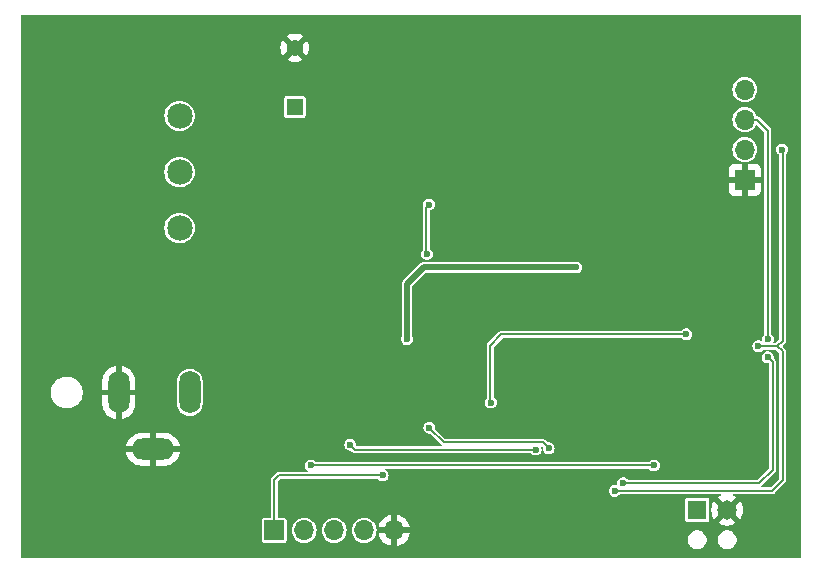
<source format=gbr>
%TF.GenerationSoftware,KiCad,Pcbnew,8.0.3-8.0.3-0~ubuntu24.04.1*%
%TF.CreationDate,2024-07-18T18:47:24-04:00*%
%TF.ProjectId,Power_Supply_Breakout,506f7765-725f-4537-9570-706c795f4272,rev?*%
%TF.SameCoordinates,Original*%
%TF.FileFunction,Copper,L4,Bot*%
%TF.FilePolarity,Positive*%
%FSLAX46Y46*%
G04 Gerber Fmt 4.6, Leading zero omitted, Abs format (unit mm)*
G04 Created by KiCad (PCBNEW 8.0.3-8.0.3-0~ubuntu24.04.1) date 2024-07-18 18:47:24*
%MOMM*%
%LPD*%
G01*
G04 APERTURE LIST*
%TA.AperFunction,ComponentPad*%
%ADD10O,1.800000X3.600000*%
%TD*%
%TA.AperFunction,ComponentPad*%
%ADD11O,3.600000X1.800000*%
%TD*%
%TA.AperFunction,ComponentPad*%
%ADD12R,1.422400X1.422400*%
%TD*%
%TA.AperFunction,ComponentPad*%
%ADD13C,1.422400*%
%TD*%
%TA.AperFunction,ComponentPad*%
%ADD14C,2.159000*%
%TD*%
%TA.AperFunction,ComponentPad*%
%ADD15R,1.700000X1.700000*%
%TD*%
%TA.AperFunction,ComponentPad*%
%ADD16O,1.700000X1.700000*%
%TD*%
%TA.AperFunction,ComponentPad*%
%ADD17R,1.650000X1.650000*%
%TD*%
%TA.AperFunction,ComponentPad*%
%ADD18C,1.650000*%
%TD*%
%TA.AperFunction,ViaPad*%
%ADD19C,0.600000*%
%TD*%
%TA.AperFunction,Conductor*%
%ADD20C,0.200000*%
%TD*%
%TA.AperFunction,Conductor*%
%ADD21C,0.500000*%
%TD*%
G04 APERTURE END LIST*
D10*
%TO.P,J1,1*%
%TO.N,Net-(SW1-B)*%
X69448000Y-86821550D03*
%TO.P,J1,2*%
%TO.N,GND*%
X63448000Y-86821550D03*
D11*
%TO.P,J1,3*%
X66348000Y-91621550D03*
%TD*%
D12*
%TO.P,C1,1*%
%TO.N,/24V_INPUT*%
X78350000Y-62650000D03*
D13*
%TO.P,C1,2*%
%TO.N,GND*%
X78350000Y-57646200D03*
%TD*%
D14*
%TO.P,SW1,1,A*%
%TO.N,/24V_INPUT*%
X68600000Y-63399999D03*
%TO.P,SW1,2,B*%
%TO.N,Net-(SW1-B)*%
X68600000Y-68150000D03*
%TO.P,SW1,3,C*%
%TO.N,unconnected-(SW1-C-Pad3)*%
X68600000Y-72900000D03*
%TD*%
D15*
%TO.P,J2,1,Pin_1*%
%TO.N,GND*%
X116450000Y-68800000D03*
D16*
%TO.P,J2,2,Pin_2*%
%TO.N,/SCL*%
X116450000Y-66260000D03*
%TO.P,J2,3,Pin_3*%
%TO.N,/SDA*%
X116450000Y-63720000D03*
%TO.P,J2,4,Pin_4*%
%TO.N,+3V3*%
X116450000Y-61180000D03*
%TD*%
D15*
%TO.P,J4,1,Pin_1*%
%TO.N,+3V3*%
X76610000Y-98500000D03*
D16*
%TO.P,J4,2,Pin_2*%
%TO.N,ALERT*%
X79150000Y-98500000D03*
%TO.P,J4,3,Pin_3*%
%TO.N,IFLAG*%
X81690000Y-98500000D03*
%TO.P,J4,4,Pin_4*%
%TO.N,TFLAG*%
X84230000Y-98500000D03*
%TO.P,J4,5,Pin_5*%
%TO.N,GND*%
X86770000Y-98500000D03*
%TD*%
D17*
%TO.P,J3,1,Pin_1*%
%TO.N,/OUTPUT*%
X112410000Y-96760000D03*
D18*
%TO.P,J3,2,Pin_2*%
%TO.N,GND*%
X114950000Y-96760000D03*
%TD*%
D19*
%TO.N,GND*%
X99950000Y-94650000D03*
X98300001Y-85575100D03*
X106050000Y-66000000D03*
X105850000Y-70300000D03*
X101050000Y-80500000D03*
X106850000Y-72650000D03*
X79850000Y-79600000D03*
X105750000Y-69250000D03*
X99850001Y-85575100D03*
X93950000Y-71400000D03*
X97500001Y-87975100D03*
X85000000Y-67300000D03*
X105700000Y-67000000D03*
X88700000Y-66350000D03*
X99100001Y-87175100D03*
X99900001Y-87175100D03*
X97500001Y-85625100D03*
X97550001Y-86375100D03*
X86750000Y-73200000D03*
X102350000Y-94300000D03*
X88500000Y-73200000D03*
X118100000Y-86500000D03*
X107600000Y-84700000D03*
X106750000Y-73750000D03*
X99100001Y-86375100D03*
X92850000Y-80500000D03*
X95800000Y-80350000D03*
X106700000Y-71350000D03*
X98350001Y-87975100D03*
X92800000Y-71350000D03*
X99100001Y-87975100D03*
X98300001Y-87175100D03*
X85200000Y-72900000D03*
X105800000Y-68000000D03*
X99100001Y-85575100D03*
X107650000Y-83150000D03*
X99900001Y-86375100D03*
X76750000Y-79250000D03*
X78350000Y-80800000D03*
X94900000Y-94350000D03*
X80050000Y-66400000D03*
X116950000Y-85150000D03*
X98300001Y-86375100D03*
X97500001Y-87175100D03*
X83450000Y-67300000D03*
X92800000Y-89500000D03*
X103800000Y-94400000D03*
X82400000Y-66250000D03*
X99900001Y-87975100D03*
X118150000Y-88750000D03*
%TO.N,+3V3*%
X85800000Y-93850000D03*
X87850000Y-82300000D03*
X102187500Y-76237500D03*
%TO.N,Net-(D3-K)*%
X89550000Y-75100000D03*
X89705215Y-70916414D03*
%TO.N,TFLAG*%
X99850000Y-91550000D03*
X89750000Y-89800000D03*
%TO.N,IFLAG*%
X98750000Y-91650000D03*
X83050000Y-91250000D03*
%TO.N,/SDA*%
X118400000Y-82300000D03*
X118400000Y-83850000D03*
X106150000Y-94500000D03*
%TO.N,/SCL*%
X119600000Y-66250000D03*
X105450000Y-95150000D03*
X117600000Y-82900000D03*
%TO.N,Net-(U1-'+IN)*%
X94950001Y-87675100D03*
X111500000Y-81900000D03*
%TO.N,ALERT*%
X108750000Y-93000000D03*
X79700000Y-93000000D03*
%TD*%
D20*
%TO.N,+3V3*%
X76610000Y-94260000D02*
X76610000Y-98500000D01*
X85800000Y-93850000D02*
X77000000Y-93850000D01*
D21*
X87850000Y-77650000D02*
X89262500Y-76237500D01*
X89262500Y-76237500D02*
X102187500Y-76237500D01*
X87850000Y-82300000D02*
X87850000Y-77650000D01*
D20*
X77000000Y-93850000D02*
X76600000Y-94250000D01*
X76600000Y-94250000D02*
X76610000Y-94260000D01*
%TO.N,Net-(D3-K)*%
X89550000Y-75100000D02*
X89500000Y-75050000D01*
X89500000Y-71121629D02*
X89705215Y-70916414D01*
X89500000Y-75050000D02*
X89500000Y-71121629D01*
%TO.N,TFLAG*%
X99850000Y-91550000D02*
X99350000Y-91050000D01*
X91000000Y-91050000D02*
X89750000Y-89800000D01*
X99350000Y-91050000D02*
X91000000Y-91050000D01*
%TO.N,IFLAG*%
X83450000Y-91650000D02*
X83050000Y-91250000D01*
X98750000Y-91650000D02*
X83450000Y-91650000D01*
%TO.N,/SDA*%
X106150000Y-94500000D02*
X117684314Y-94500000D01*
X117470000Y-63720000D02*
X116450000Y-63720000D01*
X118400000Y-64650000D02*
X117470000Y-63720000D01*
X118800000Y-84250000D02*
X118400000Y-83850000D01*
X117684314Y-94500000D02*
X118800000Y-93384314D01*
X118400000Y-82300000D02*
X118400000Y-64650000D01*
X118800000Y-93384314D02*
X118800000Y-84250000D01*
%TO.N,/SCL*%
X105450000Y-95150000D02*
X118750000Y-95150000D01*
X118750000Y-95150000D02*
X119650000Y-94250000D01*
X119200000Y-82900000D02*
X117600000Y-82900000D01*
X119650000Y-83350000D02*
X119200000Y-82900000D01*
X119650000Y-66300000D02*
X119600000Y-66250000D01*
X119650000Y-82450000D02*
X119650000Y-66300000D01*
X119200000Y-82900000D02*
X119650000Y-82450000D01*
X119650000Y-94250000D02*
X119650000Y-83350000D01*
%TO.N,Net-(U1-'+IN)*%
X94900000Y-82850000D02*
X94900000Y-87625099D01*
X95850000Y-81900000D02*
X94900000Y-82850000D01*
X111500000Y-81900000D02*
X95850000Y-81900000D01*
X94900000Y-87625099D02*
X94950001Y-87675100D01*
%TO.N,ALERT*%
X108750000Y-93000000D02*
X79700000Y-93000000D01*
%TD*%
%TA.AperFunction,Conductor*%
%TO.N,GND*%
G36*
X121235148Y-54864852D02*
G01*
X121249500Y-54899500D01*
X121249500Y-100800500D01*
X121235148Y-100835148D01*
X121200500Y-100849500D01*
X55199500Y-100849500D01*
X55164852Y-100835148D01*
X55150500Y-100800500D01*
X55150500Y-97630252D01*
X75559500Y-97630252D01*
X75559500Y-99369748D01*
X75571133Y-99428231D01*
X75588882Y-99454795D01*
X75615447Y-99494552D01*
X75642012Y-99512301D01*
X75681769Y-99538867D01*
X75740252Y-99550500D01*
X75740255Y-99550500D01*
X77479745Y-99550500D01*
X77479748Y-99550500D01*
X77538231Y-99538867D01*
X77604552Y-99494552D01*
X77648867Y-99428231D01*
X77660500Y-99369748D01*
X77660500Y-98500000D01*
X78094417Y-98500000D01*
X78114700Y-98705934D01*
X78174768Y-98903954D01*
X78272315Y-99086450D01*
X78403590Y-99246410D01*
X78563550Y-99377685D01*
X78746046Y-99475232D01*
X78944066Y-99535300D01*
X79150000Y-99555583D01*
X79355934Y-99535300D01*
X79553954Y-99475232D01*
X79736450Y-99377685D01*
X79896410Y-99246410D01*
X80027685Y-99086450D01*
X80125232Y-98903954D01*
X80185300Y-98705934D01*
X80205583Y-98500000D01*
X80634417Y-98500000D01*
X80654700Y-98705934D01*
X80714768Y-98903954D01*
X80812315Y-99086450D01*
X80943590Y-99246410D01*
X81103550Y-99377685D01*
X81286046Y-99475232D01*
X81484066Y-99535300D01*
X81690000Y-99555583D01*
X81895934Y-99535300D01*
X82093954Y-99475232D01*
X82276450Y-99377685D01*
X82436410Y-99246410D01*
X82567685Y-99086450D01*
X82665232Y-98903954D01*
X82725300Y-98705934D01*
X82745583Y-98500000D01*
X83174417Y-98500000D01*
X83194700Y-98705934D01*
X83254768Y-98903954D01*
X83352315Y-99086450D01*
X83483590Y-99246410D01*
X83643550Y-99377685D01*
X83826046Y-99475232D01*
X84024066Y-99535300D01*
X84230000Y-99555583D01*
X84435934Y-99535300D01*
X84633954Y-99475232D01*
X84816450Y-99377685D01*
X84976410Y-99246410D01*
X85107685Y-99086450D01*
X85205232Y-98903954D01*
X85265300Y-98705934D01*
X85285583Y-98500000D01*
X85265300Y-98294066D01*
X85251933Y-98249999D01*
X85439363Y-98249999D01*
X85439364Y-98250000D01*
X86336988Y-98250000D01*
X86304075Y-98307007D01*
X86270000Y-98434174D01*
X86270000Y-98565826D01*
X86304075Y-98692993D01*
X86336988Y-98750000D01*
X85439363Y-98750000D01*
X85496566Y-98963483D01*
X85496568Y-98963488D01*
X85596398Y-99177577D01*
X85596405Y-99177589D01*
X85731885Y-99371072D01*
X85731891Y-99371079D01*
X85898920Y-99538108D01*
X85898927Y-99538114D01*
X86092410Y-99673594D01*
X86092422Y-99673601D01*
X86306511Y-99773431D01*
X86306516Y-99773433D01*
X86520000Y-99830634D01*
X86520000Y-98933012D01*
X86577007Y-98965925D01*
X86704174Y-99000000D01*
X86835826Y-99000000D01*
X86962993Y-98965925D01*
X87020000Y-98933012D01*
X87020000Y-99830634D01*
X87233483Y-99773433D01*
X87233488Y-99773431D01*
X87447577Y-99673601D01*
X87447589Y-99673594D01*
X87641072Y-99538114D01*
X87641079Y-99538108D01*
X87808108Y-99371079D01*
X87808114Y-99371072D01*
X87913090Y-99221152D01*
X111609500Y-99221152D01*
X111609500Y-99378847D01*
X111640260Y-99533487D01*
X111640263Y-99533498D01*
X111700604Y-99679175D01*
X111700606Y-99679179D01*
X111788211Y-99810289D01*
X111899711Y-99921789D01*
X112030821Y-100009394D01*
X112176503Y-100069737D01*
X112176509Y-100069738D01*
X112176512Y-100069739D01*
X112331152Y-100100499D01*
X112331158Y-100100500D01*
X112488842Y-100100500D01*
X112643497Y-100069737D01*
X112789179Y-100009394D01*
X112920289Y-99921789D01*
X113031789Y-99810289D01*
X113119394Y-99679179D01*
X113179737Y-99533497D01*
X113210500Y-99378842D01*
X113210500Y-99221158D01*
X113210499Y-99221152D01*
X114149500Y-99221152D01*
X114149500Y-99378847D01*
X114180260Y-99533487D01*
X114180263Y-99533498D01*
X114240604Y-99679175D01*
X114240606Y-99679179D01*
X114328211Y-99810289D01*
X114439711Y-99921789D01*
X114570821Y-100009394D01*
X114716503Y-100069737D01*
X114716509Y-100069738D01*
X114716512Y-100069739D01*
X114871152Y-100100499D01*
X114871158Y-100100500D01*
X115028842Y-100100500D01*
X115183497Y-100069737D01*
X115329179Y-100009394D01*
X115460289Y-99921789D01*
X115571789Y-99810289D01*
X115659394Y-99679179D01*
X115719737Y-99533497D01*
X115750500Y-99378842D01*
X115750500Y-99221158D01*
X115719737Y-99066503D01*
X115659394Y-98920821D01*
X115571789Y-98789711D01*
X115460289Y-98678211D01*
X115329179Y-98590606D01*
X115329176Y-98590604D01*
X115329175Y-98590604D01*
X115183498Y-98530263D01*
X115183487Y-98530260D01*
X115028847Y-98499500D01*
X115028842Y-98499500D01*
X114871158Y-98499500D01*
X114871152Y-98499500D01*
X114716512Y-98530260D01*
X114716501Y-98530263D01*
X114570824Y-98590604D01*
X114439711Y-98678210D01*
X114328210Y-98789711D01*
X114240604Y-98920824D01*
X114180263Y-99066501D01*
X114180260Y-99066512D01*
X114149500Y-99221152D01*
X113210499Y-99221152D01*
X113179737Y-99066503D01*
X113119394Y-98920821D01*
X113031789Y-98789711D01*
X112920289Y-98678211D01*
X112789179Y-98590606D01*
X112789176Y-98590604D01*
X112789175Y-98590604D01*
X112643498Y-98530263D01*
X112643487Y-98530260D01*
X112488847Y-98499500D01*
X112488842Y-98499500D01*
X112331158Y-98499500D01*
X112331152Y-98499500D01*
X112176512Y-98530260D01*
X112176501Y-98530263D01*
X112030824Y-98590604D01*
X111899711Y-98678210D01*
X111788210Y-98789711D01*
X111700604Y-98920824D01*
X111640263Y-99066501D01*
X111640260Y-99066512D01*
X111609500Y-99221152D01*
X87913090Y-99221152D01*
X87943594Y-99177589D01*
X87943601Y-99177577D01*
X88043431Y-98963488D01*
X88043433Y-98963483D01*
X88100636Y-98750000D01*
X87203012Y-98750000D01*
X87235925Y-98692993D01*
X87270000Y-98565826D01*
X87270000Y-98434174D01*
X87235925Y-98307007D01*
X87203012Y-98250000D01*
X88100636Y-98250000D01*
X88100636Y-98249999D01*
X88043433Y-98036516D01*
X88043432Y-98036511D01*
X87943601Y-97822423D01*
X87943594Y-97822411D01*
X87808114Y-97628927D01*
X87808108Y-97628920D01*
X87641079Y-97461891D01*
X87641072Y-97461885D01*
X87447589Y-97326405D01*
X87447577Y-97326398D01*
X87233488Y-97226568D01*
X87233483Y-97226566D01*
X87020000Y-97169363D01*
X87020000Y-98066988D01*
X86962993Y-98034075D01*
X86835826Y-98000000D01*
X86704174Y-98000000D01*
X86577007Y-98034075D01*
X86520000Y-98066988D01*
X86520000Y-97169363D01*
X86519999Y-97169363D01*
X86306516Y-97226566D01*
X86306511Y-97226567D01*
X86092423Y-97326398D01*
X86092411Y-97326405D01*
X85898927Y-97461885D01*
X85898920Y-97461891D01*
X85731891Y-97628920D01*
X85731885Y-97628927D01*
X85596405Y-97822411D01*
X85596398Y-97822423D01*
X85496567Y-98036511D01*
X85496566Y-98036516D01*
X85439363Y-98249999D01*
X85251933Y-98249999D01*
X85205232Y-98096046D01*
X85107685Y-97913550D01*
X84976410Y-97753590D01*
X84816450Y-97622315D01*
X84633954Y-97524768D01*
X84435934Y-97464700D01*
X84230000Y-97444417D01*
X84024065Y-97464700D01*
X84024064Y-97464700D01*
X83826043Y-97524769D01*
X83643548Y-97622316D01*
X83483590Y-97753590D01*
X83352316Y-97913548D01*
X83254769Y-98096043D01*
X83194700Y-98294064D01*
X83194700Y-98294065D01*
X83194700Y-98294066D01*
X83174417Y-98500000D01*
X82745583Y-98500000D01*
X82725300Y-98294066D01*
X82665232Y-98096046D01*
X82567685Y-97913550D01*
X82436410Y-97753590D01*
X82276450Y-97622315D01*
X82093954Y-97524768D01*
X81895934Y-97464700D01*
X81690000Y-97444417D01*
X81484065Y-97464700D01*
X81484064Y-97464700D01*
X81286043Y-97524769D01*
X81103548Y-97622316D01*
X80943590Y-97753590D01*
X80812316Y-97913548D01*
X80714769Y-98096043D01*
X80654700Y-98294064D01*
X80654700Y-98294065D01*
X80654700Y-98294066D01*
X80634417Y-98500000D01*
X80205583Y-98500000D01*
X80185300Y-98294066D01*
X80125232Y-98096046D01*
X80027685Y-97913550D01*
X79896410Y-97753590D01*
X79736450Y-97622315D01*
X79553954Y-97524768D01*
X79355934Y-97464700D01*
X79150000Y-97444417D01*
X78944065Y-97464700D01*
X78944064Y-97464700D01*
X78746043Y-97524769D01*
X78563548Y-97622316D01*
X78403590Y-97753590D01*
X78272316Y-97913548D01*
X78174769Y-98096043D01*
X78114700Y-98294064D01*
X78114700Y-98294065D01*
X78114700Y-98294066D01*
X78094417Y-98500000D01*
X77660500Y-98500000D01*
X77660500Y-97630252D01*
X77648867Y-97571769D01*
X77617462Y-97524769D01*
X77604552Y-97505447D01*
X77543569Y-97464700D01*
X77538231Y-97461133D01*
X77479748Y-97449500D01*
X77479745Y-97449500D01*
X76959500Y-97449500D01*
X76924852Y-97435148D01*
X76910500Y-97400500D01*
X76910500Y-95915252D01*
X111384500Y-95915252D01*
X111384500Y-97604748D01*
X111396133Y-97663231D01*
X111413882Y-97689795D01*
X111440447Y-97729552D01*
X111467012Y-97747301D01*
X111506769Y-97773867D01*
X111565252Y-97785500D01*
X111565255Y-97785500D01*
X113254745Y-97785500D01*
X113254748Y-97785500D01*
X113313231Y-97773867D01*
X113379552Y-97729552D01*
X113423867Y-97663231D01*
X113435500Y-97604748D01*
X113435500Y-95915252D01*
X113423867Y-95856769D01*
X113397301Y-95817012D01*
X113379552Y-95790447D01*
X113339795Y-95763882D01*
X113313231Y-95746133D01*
X113254748Y-95734500D01*
X111565252Y-95734500D01*
X111506769Y-95746133D01*
X111440447Y-95790447D01*
X111396133Y-95856769D01*
X111384500Y-95915252D01*
X76910500Y-95915252D01*
X76910500Y-95149997D01*
X104944353Y-95149997D01*
X104944353Y-95150002D01*
X104964833Y-95292454D01*
X104996935Y-95362746D01*
X105024623Y-95423373D01*
X105024624Y-95423374D01*
X105024625Y-95423376D01*
X105118871Y-95532142D01*
X105118872Y-95532143D01*
X105239947Y-95609953D01*
X105316785Y-95632514D01*
X105378034Y-95650499D01*
X105378037Y-95650499D01*
X105378039Y-95650500D01*
X105378040Y-95650500D01*
X105521960Y-95650500D01*
X105521961Y-95650500D01*
X105521963Y-95650499D01*
X105521965Y-95650499D01*
X105544795Y-95643795D01*
X105660053Y-95609953D01*
X105781128Y-95532143D01*
X105837218Y-95467412D01*
X105870754Y-95450625D01*
X105874250Y-95450500D01*
X114401990Y-95450500D01*
X114436638Y-95464852D01*
X114450990Y-95499500D01*
X114436638Y-95534148D01*
X114422698Y-95543909D01*
X114284973Y-95608131D01*
X114284971Y-95608132D01*
X114206577Y-95663023D01*
X114779766Y-96236212D01*
X114737708Y-96247482D01*
X114612292Y-96319890D01*
X114509890Y-96422292D01*
X114437482Y-96547708D01*
X114426212Y-96589766D01*
X113853023Y-96016577D01*
X113798132Y-96094971D01*
X113798131Y-96094973D01*
X113700149Y-96305094D01*
X113700148Y-96305099D01*
X113640147Y-96529028D01*
X113640146Y-96529034D01*
X113619939Y-96760000D01*
X113640146Y-96990965D01*
X113640147Y-96990971D01*
X113700148Y-97214902D01*
X113700150Y-97214906D01*
X113798131Y-97425029D01*
X113798138Y-97425041D01*
X113853021Y-97503421D01*
X113853023Y-97503421D01*
X114426212Y-96930233D01*
X114437482Y-96972292D01*
X114509890Y-97097708D01*
X114612292Y-97200110D01*
X114737708Y-97272518D01*
X114779765Y-97283787D01*
X114206577Y-97856974D01*
X114206577Y-97856977D01*
X114284961Y-97911861D01*
X114284977Y-97911870D01*
X114495093Y-98009849D01*
X114495097Y-98009851D01*
X114719028Y-98069852D01*
X114719034Y-98069853D01*
X114950000Y-98090060D01*
X115180965Y-98069853D01*
X115180971Y-98069852D01*
X115404902Y-98009851D01*
X115404906Y-98009849D01*
X115615022Y-97911870D01*
X115615032Y-97911865D01*
X115693421Y-97856975D01*
X115693421Y-97856974D01*
X115120234Y-97283787D01*
X115162292Y-97272518D01*
X115287708Y-97200110D01*
X115390110Y-97097708D01*
X115462518Y-96972292D01*
X115473787Y-96930234D01*
X116046974Y-97503421D01*
X116046975Y-97503421D01*
X116101865Y-97425032D01*
X116101870Y-97425022D01*
X116199849Y-97214906D01*
X116199851Y-97214902D01*
X116259852Y-96990971D01*
X116259853Y-96990965D01*
X116280060Y-96760000D01*
X116259853Y-96529034D01*
X116259852Y-96529028D01*
X116199851Y-96305099D01*
X116199850Y-96305094D01*
X116101868Y-96094971D01*
X116101860Y-96094959D01*
X116046977Y-96016577D01*
X116046975Y-96016577D01*
X115473787Y-96589765D01*
X115462518Y-96547708D01*
X115390110Y-96422292D01*
X115287708Y-96319890D01*
X115162292Y-96247482D01*
X115120232Y-96236211D01*
X115693421Y-95663023D01*
X115693421Y-95663021D01*
X115615041Y-95608138D01*
X115615029Y-95608131D01*
X115477302Y-95543909D01*
X115451965Y-95516259D01*
X115453601Y-95478792D01*
X115481251Y-95453455D01*
X115498010Y-95450500D01*
X118789564Y-95450500D01*
X118816230Y-95443354D01*
X118865989Y-95430021D01*
X118934511Y-95390460D01*
X118990460Y-95334511D01*
X119890460Y-94434511D01*
X119924994Y-94374696D01*
X119930021Y-94365989D01*
X119950500Y-94289562D01*
X119950500Y-83310438D01*
X119950500Y-83310436D01*
X119941843Y-83278134D01*
X119930021Y-83234011D01*
X119930020Y-83234009D01*
X119930020Y-83234008D01*
X119904939Y-83190568D01*
X119890460Y-83165489D01*
X119834511Y-83109540D01*
X119659619Y-82934648D01*
X119645267Y-82900000D01*
X119659619Y-82865352D01*
X119767428Y-82757543D01*
X119890460Y-82634511D01*
X119910096Y-82600500D01*
X119930021Y-82565989D01*
X119950500Y-82489562D01*
X119950500Y-66628062D01*
X119962468Y-66595974D01*
X120025374Y-66523376D01*
X120025377Y-66523373D01*
X120085165Y-66392457D01*
X120085165Y-66392455D01*
X120085166Y-66392454D01*
X120105647Y-66250002D01*
X120105647Y-66249997D01*
X120085166Y-66107545D01*
X120080751Y-66097879D01*
X120025377Y-65976627D01*
X119931128Y-65867857D01*
X119810053Y-65790047D01*
X119810050Y-65790046D01*
X119671965Y-65749500D01*
X119671961Y-65749500D01*
X119528039Y-65749500D01*
X119528034Y-65749500D01*
X119389949Y-65790046D01*
X119268871Y-65867857D01*
X119174625Y-65976623D01*
X119174624Y-65976625D01*
X119114833Y-66107545D01*
X119094353Y-66249997D01*
X119094353Y-66250002D01*
X119114833Y-66392454D01*
X119146935Y-66462746D01*
X119174623Y-66523373D01*
X119174624Y-66523374D01*
X119174625Y-66523376D01*
X119265336Y-66628062D01*
X119268872Y-66632143D01*
X119326991Y-66669493D01*
X119348380Y-66700299D01*
X119349500Y-66710715D01*
X119349500Y-82305233D01*
X119335148Y-82339881D01*
X119089881Y-82585148D01*
X119055233Y-82599500D01*
X118889691Y-82599500D01*
X118855043Y-82585148D01*
X118840691Y-82550500D01*
X118845119Y-82530144D01*
X118885165Y-82442457D01*
X118885165Y-82442455D01*
X118885166Y-82442454D01*
X118905647Y-82300002D01*
X118905647Y-82299997D01*
X118885166Y-82157545D01*
X118854927Y-82091332D01*
X118825377Y-82026627D01*
X118731128Y-81917857D01*
X118723006Y-81912637D01*
X118701619Y-81881830D01*
X118700500Y-81871417D01*
X118700500Y-64610437D01*
X118699361Y-64606187D01*
X118697083Y-64597685D01*
X118680022Y-64534012D01*
X118640460Y-64465489D01*
X117654511Y-63479540D01*
X117585990Y-63439979D01*
X117509564Y-63419500D01*
X117509562Y-63419500D01*
X117492955Y-63419500D01*
X117458307Y-63405148D01*
X117446065Y-63384724D01*
X117444918Y-63380944D01*
X117425232Y-63316046D01*
X117327685Y-63133550D01*
X117196410Y-62973590D01*
X117036450Y-62842315D01*
X116853954Y-62744768D01*
X116655934Y-62684700D01*
X116450000Y-62664417D01*
X116244065Y-62684700D01*
X116244064Y-62684700D01*
X116046043Y-62744769D01*
X115863548Y-62842316D01*
X115703590Y-62973590D01*
X115572316Y-63133548D01*
X115474769Y-63316043D01*
X115414700Y-63514064D01*
X115414700Y-63514065D01*
X115414700Y-63514066D01*
X115394417Y-63720000D01*
X115414700Y-63925934D01*
X115474768Y-64123954D01*
X115572315Y-64306450D01*
X115703590Y-64466410D01*
X115863550Y-64597685D01*
X116046046Y-64695232D01*
X116244066Y-64755300D01*
X116450000Y-64775583D01*
X116655934Y-64755300D01*
X116853954Y-64695232D01*
X117036450Y-64597685D01*
X117196410Y-64466410D01*
X117327685Y-64306450D01*
X117402362Y-64166740D01*
X117431350Y-64142951D01*
X117468673Y-64146627D01*
X117480222Y-64155193D01*
X118085148Y-64760119D01*
X118099500Y-64794767D01*
X118099500Y-81871417D01*
X118085148Y-81906065D01*
X118076994Y-81912637D01*
X118068872Y-81917857D01*
X118068868Y-81917860D01*
X117974625Y-82026623D01*
X117974624Y-82026625D01*
X117914833Y-82157545D01*
X117894353Y-82299997D01*
X117894353Y-82300002D01*
X117909850Y-82407793D01*
X117900575Y-82444131D01*
X117868322Y-82463267D01*
X117834858Y-82455988D01*
X117810051Y-82440046D01*
X117671965Y-82399500D01*
X117671961Y-82399500D01*
X117528039Y-82399500D01*
X117528034Y-82399500D01*
X117389949Y-82440046D01*
X117389947Y-82440046D01*
X117389947Y-82440047D01*
X117365142Y-82455988D01*
X117268871Y-82517857D01*
X117174625Y-82626623D01*
X117174624Y-82626625D01*
X117114833Y-82757545D01*
X117094353Y-82899997D01*
X117094353Y-82900000D01*
X117114833Y-83042454D01*
X117145471Y-83109540D01*
X117174623Y-83173373D01*
X117174624Y-83173374D01*
X117174625Y-83173376D01*
X117268871Y-83282142D01*
X117268872Y-83282143D01*
X117389947Y-83359953D01*
X117466785Y-83382514D01*
X117528034Y-83400499D01*
X117528037Y-83400499D01*
X117528039Y-83400500D01*
X117528040Y-83400500D01*
X117671960Y-83400500D01*
X117671961Y-83400500D01*
X117671963Y-83400499D01*
X117671965Y-83400499D01*
X117707564Y-83390046D01*
X117810053Y-83359953D01*
X117931128Y-83282143D01*
X117987218Y-83217412D01*
X118020754Y-83200625D01*
X118024250Y-83200500D01*
X119055233Y-83200500D01*
X119089881Y-83214852D01*
X119335148Y-83460119D01*
X119349500Y-83494767D01*
X119349500Y-94105233D01*
X119335148Y-94139881D01*
X118639881Y-94835148D01*
X118605233Y-94849500D01*
X117862832Y-94849500D01*
X117828184Y-94835148D01*
X117813832Y-94800500D01*
X117828184Y-94765852D01*
X117838332Y-94758065D01*
X117868825Y-94740460D01*
X117924774Y-94684511D01*
X119040460Y-93568825D01*
X119079907Y-93500500D01*
X119080021Y-93500303D01*
X119100500Y-93423876D01*
X119100500Y-84210438D01*
X119100500Y-84210436D01*
X119091843Y-84178134D01*
X119080021Y-84134011D01*
X119080020Y-84134009D01*
X119080020Y-84134008D01*
X119040459Y-84065488D01*
X118912848Y-83937877D01*
X118898496Y-83903229D01*
X118898993Y-83896270D01*
X118905647Y-83850000D01*
X118905647Y-83849997D01*
X118885166Y-83707545D01*
X118880751Y-83697879D01*
X118825377Y-83576627D01*
X118754445Y-83494767D01*
X118731128Y-83467857D01*
X118719087Y-83460119D01*
X118610053Y-83390047D01*
X118610050Y-83390046D01*
X118471965Y-83349500D01*
X118471961Y-83349500D01*
X118328039Y-83349500D01*
X118328034Y-83349500D01*
X118189949Y-83390046D01*
X118189947Y-83390046D01*
X118189947Y-83390047D01*
X118173682Y-83400500D01*
X118068871Y-83467857D01*
X117974625Y-83576623D01*
X117974624Y-83576625D01*
X117914833Y-83707545D01*
X117894353Y-83849997D01*
X117894353Y-83850002D01*
X117914833Y-83992454D01*
X117946935Y-84062746D01*
X117974623Y-84123373D01*
X117974624Y-84123374D01*
X117974625Y-84123376D01*
X118068871Y-84232142D01*
X118068872Y-84232143D01*
X118189947Y-84309953D01*
X118266785Y-84332514D01*
X118328034Y-84350499D01*
X118328037Y-84350499D01*
X118328039Y-84350500D01*
X118328040Y-84350500D01*
X118450500Y-84350500D01*
X118485148Y-84364852D01*
X118499500Y-84399500D01*
X118499500Y-93239547D01*
X118485148Y-93274195D01*
X117574195Y-94185148D01*
X117539547Y-94199500D01*
X106574250Y-94199500D01*
X106539602Y-94185148D01*
X106537218Y-94182588D01*
X106481128Y-94117857D01*
X106360053Y-94040047D01*
X106360050Y-94040046D01*
X106221965Y-93999500D01*
X106221961Y-93999500D01*
X106078039Y-93999500D01*
X106078034Y-93999500D01*
X105939949Y-94040046D01*
X105818871Y-94117857D01*
X105724625Y-94226623D01*
X105724624Y-94226625D01*
X105664833Y-94357545D01*
X105644353Y-94499997D01*
X105644353Y-94500002D01*
X105661338Y-94618141D01*
X105652063Y-94654479D01*
X105619810Y-94673615D01*
X105599032Y-94672129D01*
X105521965Y-94649500D01*
X105521961Y-94649500D01*
X105378039Y-94649500D01*
X105378034Y-94649500D01*
X105239949Y-94690046D01*
X105118871Y-94767857D01*
X105024625Y-94876623D01*
X105024624Y-94876625D01*
X104964833Y-95007545D01*
X104944353Y-95149997D01*
X76910500Y-95149997D01*
X76910500Y-94384767D01*
X76924852Y-94350119D01*
X77110119Y-94164852D01*
X77144767Y-94150500D01*
X85375750Y-94150500D01*
X85410398Y-94164852D01*
X85412782Y-94167412D01*
X85464092Y-94226627D01*
X85468872Y-94232143D01*
X85589947Y-94309953D01*
X85666785Y-94332514D01*
X85728034Y-94350499D01*
X85728037Y-94350499D01*
X85728039Y-94350500D01*
X85728040Y-94350500D01*
X85871960Y-94350500D01*
X85871961Y-94350500D01*
X85871963Y-94350499D01*
X85871965Y-94350499D01*
X85894795Y-94343795D01*
X86010053Y-94309953D01*
X86131128Y-94232143D01*
X86225377Y-94123373D01*
X86285165Y-93992457D01*
X86285165Y-93992455D01*
X86285166Y-93992454D01*
X86305647Y-93850002D01*
X86305647Y-93849997D01*
X86285166Y-93707545D01*
X86240408Y-93609541D01*
X86225377Y-93576627D01*
X86218618Y-93568827D01*
X86131128Y-93467857D01*
X86117779Y-93459278D01*
X86011100Y-93390720D01*
X85989713Y-93359916D01*
X85996371Y-93323009D01*
X86027177Y-93301620D01*
X86037593Y-93300500D01*
X108325750Y-93300500D01*
X108360398Y-93314852D01*
X108362782Y-93317412D01*
X108399612Y-93359916D01*
X108418872Y-93382143D01*
X108539947Y-93459953D01*
X108616785Y-93482514D01*
X108678034Y-93500499D01*
X108678037Y-93500499D01*
X108678039Y-93500500D01*
X108678040Y-93500500D01*
X108821960Y-93500500D01*
X108821961Y-93500500D01*
X108821963Y-93500499D01*
X108821965Y-93500499D01*
X108857435Y-93490084D01*
X108960053Y-93459953D01*
X109081128Y-93382143D01*
X109175377Y-93273373D01*
X109235165Y-93142457D01*
X109235165Y-93142455D01*
X109235166Y-93142454D01*
X109255647Y-93000002D01*
X109255647Y-92999997D01*
X109235166Y-92857545D01*
X109230751Y-92847879D01*
X109175377Y-92726627D01*
X109151763Y-92699375D01*
X109081128Y-92617857D01*
X108960053Y-92540047D01*
X108960050Y-92540046D01*
X108821965Y-92499500D01*
X108821961Y-92499500D01*
X108678039Y-92499500D01*
X108678034Y-92499500D01*
X108539949Y-92540046D01*
X108418871Y-92617857D01*
X108362782Y-92682588D01*
X108329246Y-92699375D01*
X108325750Y-92699500D01*
X80124250Y-92699500D01*
X80089602Y-92685148D01*
X80087218Y-92682588D01*
X80031128Y-92617857D01*
X79910053Y-92540047D01*
X79910050Y-92540046D01*
X79771965Y-92499500D01*
X79771961Y-92499500D01*
X79628039Y-92499500D01*
X79628034Y-92499500D01*
X79489949Y-92540046D01*
X79368871Y-92617857D01*
X79274625Y-92726623D01*
X79274624Y-92726625D01*
X79214833Y-92857545D01*
X79194353Y-92999997D01*
X79194353Y-93000002D01*
X79214833Y-93142454D01*
X79246935Y-93212746D01*
X79274623Y-93273373D01*
X79274624Y-93273374D01*
X79274625Y-93273376D01*
X79340587Y-93349500D01*
X79368872Y-93382143D01*
X79488899Y-93459279D01*
X79510287Y-93490084D01*
X79503629Y-93526991D01*
X79472823Y-93548380D01*
X79462407Y-93549500D01*
X76960436Y-93549500D01*
X76884010Y-93569979D01*
X76884008Y-93569979D01*
X76815488Y-93609540D01*
X76815488Y-93609541D01*
X76359542Y-94065486D01*
X76359537Y-94065492D01*
X76319979Y-94134012D01*
X76319977Y-94134016D01*
X76299500Y-94210436D01*
X76299500Y-94289563D01*
X76307830Y-94320649D01*
X76309500Y-94333332D01*
X76309500Y-97400500D01*
X76295148Y-97435148D01*
X76260500Y-97449500D01*
X75740252Y-97449500D01*
X75681769Y-97461133D01*
X75615447Y-97505447D01*
X75571133Y-97571769D01*
X75559500Y-97630252D01*
X55150500Y-97630252D01*
X55150500Y-91371549D01*
X64070144Y-91371549D01*
X64070145Y-91371550D01*
X64932314Y-91371550D01*
X64927920Y-91375944D01*
X64875259Y-91467156D01*
X64848000Y-91568889D01*
X64848000Y-91674211D01*
X64875259Y-91775944D01*
X64927920Y-91867156D01*
X64932314Y-91871550D01*
X64070145Y-91871550D01*
X64082472Y-91949381D01*
X64082473Y-91949384D01*
X64150568Y-92158961D01*
X64250613Y-92355309D01*
X64380141Y-92533590D01*
X64380145Y-92533595D01*
X64535955Y-92689405D01*
X64535959Y-92689408D01*
X64714240Y-92818936D01*
X64910588Y-92918981D01*
X65120165Y-92987076D01*
X65120168Y-92987077D01*
X65337819Y-93021550D01*
X66098000Y-93021550D01*
X66098000Y-92021550D01*
X66598000Y-92021550D01*
X66598000Y-93021550D01*
X67358181Y-93021550D01*
X67575831Y-92987077D01*
X67575834Y-92987076D01*
X67785411Y-92918981D01*
X67981759Y-92818936D01*
X68160040Y-92689408D01*
X68160045Y-92689405D01*
X68315855Y-92533595D01*
X68315858Y-92533590D01*
X68445386Y-92355309D01*
X68545431Y-92158961D01*
X68613526Y-91949384D01*
X68613527Y-91949381D01*
X68625855Y-91871550D01*
X67763686Y-91871550D01*
X67768080Y-91867156D01*
X67820741Y-91775944D01*
X67848000Y-91674211D01*
X67848000Y-91568889D01*
X67820741Y-91467156D01*
X67768080Y-91375944D01*
X67763686Y-91371550D01*
X68625855Y-91371550D01*
X68625855Y-91371549D01*
X68613527Y-91293718D01*
X68613526Y-91293715D01*
X68599321Y-91249997D01*
X82544353Y-91249997D01*
X82544353Y-91250002D01*
X82564833Y-91392454D01*
X82576660Y-91418350D01*
X82624623Y-91523373D01*
X82624624Y-91523374D01*
X82624625Y-91523376D01*
X82718871Y-91632142D01*
X82718872Y-91632143D01*
X82839947Y-91709953D01*
X82916785Y-91732514D01*
X82978034Y-91750499D01*
X82978037Y-91750499D01*
X82978039Y-91750500D01*
X82978040Y-91750500D01*
X83105233Y-91750500D01*
X83139881Y-91764852D01*
X83209540Y-91834511D01*
X83265489Y-91890460D01*
X83334011Y-91930021D01*
X83369478Y-91939524D01*
X83410436Y-91950500D01*
X83410438Y-91950500D01*
X98325750Y-91950500D01*
X98360398Y-91964852D01*
X98362782Y-91967412D01*
X98418872Y-92032143D01*
X98539947Y-92109953D01*
X98616785Y-92132514D01*
X98678034Y-92150499D01*
X98678037Y-92150499D01*
X98678039Y-92150500D01*
X98678040Y-92150500D01*
X98821960Y-92150500D01*
X98821961Y-92150500D01*
X98821963Y-92150499D01*
X98821965Y-92150499D01*
X98844795Y-92143795D01*
X98960053Y-92109953D01*
X99081128Y-92032143D01*
X99175377Y-91923373D01*
X99235165Y-91792457D01*
X99235165Y-91792455D01*
X99235166Y-91792454D01*
X99255647Y-91650002D01*
X99255647Y-91649997D01*
X99235166Y-91507545D01*
X99233279Y-91503415D01*
X99224082Y-91483276D01*
X99222744Y-91445799D01*
X99248299Y-91418350D01*
X99285778Y-91417011D01*
X99303303Y-91428274D01*
X99337150Y-91462121D01*
X99351502Y-91496769D01*
X99351003Y-91503742D01*
X99344353Y-91549998D01*
X99344353Y-91550002D01*
X99364833Y-91692454D01*
X99372825Y-91709953D01*
X99424623Y-91823373D01*
X99424624Y-91823374D01*
X99424625Y-91823376D01*
X99511273Y-91923373D01*
X99518872Y-91932143D01*
X99639947Y-92009953D01*
X99715517Y-92032142D01*
X99778034Y-92050499D01*
X99778037Y-92050499D01*
X99778039Y-92050500D01*
X99778040Y-92050500D01*
X99921960Y-92050500D01*
X99921961Y-92050500D01*
X99921963Y-92050499D01*
X99921965Y-92050499D01*
X99944795Y-92043795D01*
X100060053Y-92009953D01*
X100181128Y-91932143D01*
X100275377Y-91823373D01*
X100335165Y-91692457D01*
X100335165Y-91692455D01*
X100335166Y-91692454D01*
X100355647Y-91550002D01*
X100355647Y-91549997D01*
X100335166Y-91407545D01*
X100308657Y-91349500D01*
X100275377Y-91276627D01*
X100266040Y-91265852D01*
X100181128Y-91167857D01*
X100060053Y-91090047D01*
X100039929Y-91084138D01*
X99921965Y-91049500D01*
X99921961Y-91049500D01*
X99794767Y-91049500D01*
X99760119Y-91035148D01*
X99534511Y-90809540D01*
X99465990Y-90769979D01*
X99389564Y-90749500D01*
X99389562Y-90749500D01*
X91144767Y-90749500D01*
X91110119Y-90735148D01*
X90262848Y-89887877D01*
X90248496Y-89853229D01*
X90248993Y-89846270D01*
X90255647Y-89800000D01*
X90255647Y-89799997D01*
X90235166Y-89657545D01*
X90230751Y-89647879D01*
X90175377Y-89526627D01*
X90081128Y-89417857D01*
X89960053Y-89340047D01*
X89960050Y-89340046D01*
X89821965Y-89299500D01*
X89821961Y-89299500D01*
X89678039Y-89299500D01*
X89678034Y-89299500D01*
X89539949Y-89340046D01*
X89418871Y-89417857D01*
X89324625Y-89526623D01*
X89324624Y-89526625D01*
X89264833Y-89657545D01*
X89244353Y-89799997D01*
X89244353Y-89800002D01*
X89264833Y-89942454D01*
X89296935Y-90012746D01*
X89324623Y-90073373D01*
X89324624Y-90073374D01*
X89324625Y-90073376D01*
X89418871Y-90182142D01*
X89418872Y-90182143D01*
X89539947Y-90259953D01*
X89616785Y-90282514D01*
X89678034Y-90300499D01*
X89678037Y-90300499D01*
X89678039Y-90300500D01*
X89678040Y-90300500D01*
X89805233Y-90300500D01*
X89839881Y-90314852D01*
X90790881Y-91265852D01*
X90805233Y-91300500D01*
X90790881Y-91335148D01*
X90756233Y-91349500D01*
X83597890Y-91349500D01*
X83563242Y-91335148D01*
X83548890Y-91300500D01*
X83549389Y-91293526D01*
X83555647Y-91250001D01*
X83555647Y-91249998D01*
X83535166Y-91107545D01*
X83524476Y-91084138D01*
X83475377Y-90976627D01*
X83381128Y-90867857D01*
X83260053Y-90790047D01*
X83260050Y-90790046D01*
X83121965Y-90749500D01*
X83121961Y-90749500D01*
X82978039Y-90749500D01*
X82978034Y-90749500D01*
X82839949Y-90790046D01*
X82718871Y-90867857D01*
X82624625Y-90976623D01*
X82624624Y-90976625D01*
X82564833Y-91107545D01*
X82544353Y-91249997D01*
X68599321Y-91249997D01*
X68545431Y-91084138D01*
X68445386Y-90887790D01*
X68315858Y-90709509D01*
X68315855Y-90709505D01*
X68160045Y-90553695D01*
X68160040Y-90553691D01*
X67981759Y-90424163D01*
X67785411Y-90324118D01*
X67575834Y-90256023D01*
X67575831Y-90256022D01*
X67358181Y-90221550D01*
X66598000Y-90221550D01*
X66598000Y-91221550D01*
X66098000Y-91221550D01*
X66098000Y-90221550D01*
X65337819Y-90221550D01*
X65120168Y-90256022D01*
X65120165Y-90256023D01*
X64910588Y-90324118D01*
X64714240Y-90424163D01*
X64535959Y-90553691D01*
X64380141Y-90709509D01*
X64250613Y-90887790D01*
X64150568Y-91084138D01*
X64082473Y-91293715D01*
X64082472Y-91293718D01*
X64070144Y-91371549D01*
X55150500Y-91371549D01*
X55150500Y-86715263D01*
X57697500Y-86715263D01*
X57697500Y-86927836D01*
X57730753Y-87137790D01*
X57730754Y-87137793D01*
X57796443Y-87339963D01*
X57892947Y-87529363D01*
X57892952Y-87529371D01*
X58017897Y-87701343D01*
X58017901Y-87701348D01*
X58168202Y-87851649D01*
X58168206Y-87851652D01*
X58168208Y-87851654D01*
X58340184Y-87976601D01*
X58529588Y-88073107D01*
X58731757Y-88138796D01*
X58941713Y-88172050D01*
X58941714Y-88172050D01*
X59154286Y-88172050D01*
X59154287Y-88172050D01*
X59364243Y-88138796D01*
X59566412Y-88073107D01*
X59755816Y-87976601D01*
X59927792Y-87851654D01*
X59927795Y-87851650D01*
X59927798Y-87851649D01*
X60078099Y-87701348D01*
X60078100Y-87701345D01*
X60078104Y-87701342D01*
X60203051Y-87529366D01*
X60299557Y-87339962D01*
X60365246Y-87137793D01*
X60398500Y-86927837D01*
X60398500Y-86715263D01*
X60365246Y-86505307D01*
X60299557Y-86303138D01*
X60203051Y-86113734D01*
X60078104Y-85941758D01*
X60078102Y-85941756D01*
X60078099Y-85941752D01*
X59947715Y-85811368D01*
X62048000Y-85811368D01*
X62048000Y-86571550D01*
X63048000Y-86571550D01*
X63048000Y-87071550D01*
X62048000Y-87071550D01*
X62048000Y-87831731D01*
X62082472Y-88049381D01*
X62082473Y-88049384D01*
X62150568Y-88258961D01*
X62250613Y-88455309D01*
X62380141Y-88633590D01*
X62380145Y-88633595D01*
X62535955Y-88789405D01*
X62535959Y-88789408D01*
X62714240Y-88918936D01*
X62910588Y-89018981D01*
X63120165Y-89087077D01*
X63197999Y-89099403D01*
X63198000Y-89099403D01*
X63198000Y-88237236D01*
X63202394Y-88241630D01*
X63293606Y-88294291D01*
X63395339Y-88321550D01*
X63500661Y-88321550D01*
X63602394Y-88294291D01*
X63693606Y-88241630D01*
X63698000Y-88237236D01*
X63698000Y-89099403D01*
X63775834Y-89087077D01*
X63985411Y-89018981D01*
X64181759Y-88918936D01*
X64360040Y-88789408D01*
X64360045Y-88789405D01*
X64515855Y-88633595D01*
X64515858Y-88633590D01*
X64645386Y-88455309D01*
X64745431Y-88258961D01*
X64813526Y-88049384D01*
X64813527Y-88049381D01*
X64848000Y-87831731D01*
X64848000Y-87071550D01*
X63848000Y-87071550D01*
X63848000Y-86571550D01*
X64848000Y-86571550D01*
X64848000Y-85834939D01*
X68347500Y-85834939D01*
X68347500Y-87808160D01*
X68374597Y-87979248D01*
X68374598Y-87979251D01*
X68428127Y-88143996D01*
X68506764Y-88298332D01*
X68506767Y-88298336D01*
X68506768Y-88298338D01*
X68608586Y-88438478D01*
X68608588Y-88438480D01*
X68608591Y-88438484D01*
X68731065Y-88560958D01*
X68731068Y-88560960D01*
X68731072Y-88560964D01*
X68871212Y-88662782D01*
X68871214Y-88662783D01*
X68871217Y-88662785D01*
X69025553Y-88741422D01*
X69025555Y-88741423D01*
X69190299Y-88794952D01*
X69361389Y-88822050D01*
X69361390Y-88822050D01*
X69534610Y-88822050D01*
X69534611Y-88822050D01*
X69705701Y-88794952D01*
X69870445Y-88741423D01*
X70024788Y-88662782D01*
X70164928Y-88560964D01*
X70287414Y-88438478D01*
X70389232Y-88298338D01*
X70467873Y-88143995D01*
X70521402Y-87979251D01*
X70548500Y-87808161D01*
X70548500Y-87675097D01*
X94444354Y-87675097D01*
X94444354Y-87675102D01*
X94464834Y-87817554D01*
X94496936Y-87887846D01*
X94524624Y-87948473D01*
X94524625Y-87948474D01*
X94524626Y-87948476D01*
X94612063Y-88049384D01*
X94618873Y-88057243D01*
X94739948Y-88135053D01*
X94816786Y-88157614D01*
X94878035Y-88175599D01*
X94878038Y-88175599D01*
X94878040Y-88175600D01*
X94878041Y-88175600D01*
X95021961Y-88175600D01*
X95021962Y-88175600D01*
X95021964Y-88175599D01*
X95021966Y-88175599D01*
X95050720Y-88167156D01*
X95160054Y-88135053D01*
X95281129Y-88057243D01*
X95375378Y-87948473D01*
X95435166Y-87817557D01*
X95435166Y-87817555D01*
X95435167Y-87817554D01*
X95455648Y-87675102D01*
X95455648Y-87675097D01*
X95435167Y-87532645D01*
X95430752Y-87522979D01*
X95375378Y-87401727D01*
X95312469Y-87329126D01*
X95281129Y-87292957D01*
X95223008Y-87255605D01*
X95201620Y-87224800D01*
X95200500Y-87214384D01*
X95200500Y-82994767D01*
X95214852Y-82960119D01*
X95960119Y-82214852D01*
X95994767Y-82200500D01*
X111075750Y-82200500D01*
X111110398Y-82214852D01*
X111112782Y-82217412D01*
X111168872Y-82282143D01*
X111289947Y-82359953D01*
X111366785Y-82382514D01*
X111428034Y-82400499D01*
X111428037Y-82400499D01*
X111428039Y-82400500D01*
X111428040Y-82400500D01*
X111571960Y-82400500D01*
X111571961Y-82400500D01*
X111571963Y-82400499D01*
X111571965Y-82400499D01*
X111594795Y-82393795D01*
X111710053Y-82359953D01*
X111831128Y-82282143D01*
X111925377Y-82173373D01*
X111985165Y-82042457D01*
X111985165Y-82042455D01*
X111985166Y-82042454D01*
X112005647Y-81900002D01*
X112005647Y-81899997D01*
X111985166Y-81757545D01*
X111940408Y-81659541D01*
X111925377Y-81626627D01*
X111901763Y-81599375D01*
X111831128Y-81517857D01*
X111710053Y-81440047D01*
X111710050Y-81440046D01*
X111571965Y-81399500D01*
X111571961Y-81399500D01*
X111428039Y-81399500D01*
X111428034Y-81399500D01*
X111289949Y-81440046D01*
X111168871Y-81517857D01*
X111112782Y-81582588D01*
X111079246Y-81599375D01*
X111075750Y-81599500D01*
X95810436Y-81599500D01*
X95734010Y-81619979D01*
X95734008Y-81619979D01*
X95665488Y-81659540D01*
X95665488Y-81659541D01*
X94659541Y-82665488D01*
X94659540Y-82665488D01*
X94619979Y-82734008D01*
X94619979Y-82734010D01*
X94599500Y-82810436D01*
X94599500Y-87297038D01*
X94587531Y-87329126D01*
X94524628Y-87401723D01*
X94524625Y-87401726D01*
X94524624Y-87401726D01*
X94464834Y-87532645D01*
X94444354Y-87675097D01*
X70548500Y-87675097D01*
X70548500Y-85834939D01*
X70521402Y-85663849D01*
X70467873Y-85499105D01*
X70389232Y-85344762D01*
X70287414Y-85204622D01*
X70287410Y-85204618D01*
X70287408Y-85204615D01*
X70164934Y-85082141D01*
X70164935Y-85082141D01*
X70024782Y-84980314D01*
X69870446Y-84901677D01*
X69705701Y-84848148D01*
X69705698Y-84848147D01*
X69574271Y-84827331D01*
X69534611Y-84821050D01*
X69361389Y-84821050D01*
X69329192Y-84826149D01*
X69190301Y-84848147D01*
X69190298Y-84848148D01*
X69025553Y-84901677D01*
X68871217Y-84980314D01*
X68731065Y-85082141D01*
X68608591Y-85204615D01*
X68506764Y-85344767D01*
X68428127Y-85499103D01*
X68374598Y-85663848D01*
X68374597Y-85663851D01*
X68347500Y-85834939D01*
X64848000Y-85834939D01*
X64848000Y-85811368D01*
X64813527Y-85593718D01*
X64813526Y-85593715D01*
X64745431Y-85384138D01*
X64645386Y-85187790D01*
X64515858Y-85009509D01*
X64515855Y-85009505D01*
X64360045Y-84853695D01*
X64360040Y-84853691D01*
X64181759Y-84724163D01*
X63985411Y-84624118D01*
X63775834Y-84556023D01*
X63775831Y-84556022D01*
X63698000Y-84543694D01*
X63698000Y-85405864D01*
X63693606Y-85401470D01*
X63602394Y-85348809D01*
X63500661Y-85321550D01*
X63395339Y-85321550D01*
X63293606Y-85348809D01*
X63202394Y-85401470D01*
X63198000Y-85405864D01*
X63198000Y-84543694D01*
X63197999Y-84543694D01*
X63120168Y-84556022D01*
X63120165Y-84556023D01*
X62910588Y-84624118D01*
X62714240Y-84724163D01*
X62535959Y-84853691D01*
X62380141Y-85009509D01*
X62250613Y-85187790D01*
X62150568Y-85384138D01*
X62082473Y-85593715D01*
X62082472Y-85593718D01*
X62048000Y-85811368D01*
X59947715Y-85811368D01*
X59927798Y-85791451D01*
X59927793Y-85791447D01*
X59755821Y-85666502D01*
X59755813Y-85666497D01*
X59566413Y-85569993D01*
X59364243Y-85504304D01*
X59364240Y-85504303D01*
X59185186Y-85475944D01*
X59154287Y-85471050D01*
X58941713Y-85471050D01*
X58910814Y-85475944D01*
X58731759Y-85504303D01*
X58731756Y-85504304D01*
X58529586Y-85569993D01*
X58340186Y-85666497D01*
X58340178Y-85666502D01*
X58168206Y-85791447D01*
X58017897Y-85941756D01*
X57892952Y-86113728D01*
X57892947Y-86113736D01*
X57796443Y-86303136D01*
X57730754Y-86505306D01*
X57730753Y-86505309D01*
X57697500Y-86715263D01*
X55150500Y-86715263D01*
X55150500Y-82299997D01*
X87344353Y-82299997D01*
X87344353Y-82300002D01*
X87364833Y-82442454D01*
X87386347Y-82489562D01*
X87424623Y-82573373D01*
X87424624Y-82573374D01*
X87424625Y-82573376D01*
X87504440Y-82665488D01*
X87518872Y-82682143D01*
X87639947Y-82759953D01*
X87716785Y-82782514D01*
X87778034Y-82800499D01*
X87778037Y-82800499D01*
X87778039Y-82800500D01*
X87778040Y-82800500D01*
X87921960Y-82800500D01*
X87921961Y-82800500D01*
X87921963Y-82800499D01*
X87921965Y-82800499D01*
X87944795Y-82793795D01*
X88060053Y-82759953D01*
X88181128Y-82682143D01*
X88275377Y-82573373D01*
X88335165Y-82442457D01*
X88335165Y-82442455D01*
X88335166Y-82442454D01*
X88355647Y-82300002D01*
X88355647Y-82299997D01*
X88335165Y-82157544D01*
X88335165Y-82157542D01*
X88304928Y-82091332D01*
X88300500Y-82070977D01*
X88300500Y-77856899D01*
X88314852Y-77822251D01*
X89434752Y-76702352D01*
X89469400Y-76688000D01*
X101948350Y-76688000D01*
X101974838Y-76695776D01*
X101977447Y-76697453D01*
X102054285Y-76720014D01*
X102115534Y-76737999D01*
X102115537Y-76737999D01*
X102115539Y-76738000D01*
X102115540Y-76738000D01*
X102259460Y-76738000D01*
X102259461Y-76738000D01*
X102259463Y-76737999D01*
X102259465Y-76737999D01*
X102282295Y-76731295D01*
X102397553Y-76697453D01*
X102518628Y-76619643D01*
X102612877Y-76510873D01*
X102672665Y-76379957D01*
X102672665Y-76379955D01*
X102672666Y-76379954D01*
X102693147Y-76237502D01*
X102693147Y-76237497D01*
X102672666Y-76095045D01*
X102668251Y-76085379D01*
X102612877Y-75964127D01*
X102518628Y-75855357D01*
X102397553Y-75777547D01*
X102397550Y-75777546D01*
X102259465Y-75737000D01*
X102259461Y-75737000D01*
X102115539Y-75737000D01*
X102115534Y-75737000D01*
X101977449Y-75777546D01*
X101977447Y-75777546D01*
X101977447Y-75777547D01*
X101974838Y-75779223D01*
X101948350Y-75787000D01*
X89203188Y-75787000D01*
X89112826Y-75811213D01*
X89088613Y-75817700D01*
X89088610Y-75817701D01*
X88985885Y-75877010D01*
X87489512Y-77373384D01*
X87489511Y-77373385D01*
X87430201Y-77476111D01*
X87428532Y-77482343D01*
X87428531Y-77482342D01*
X87428531Y-77482346D01*
X87399500Y-77590688D01*
X87399500Y-82070977D01*
X87395072Y-82091332D01*
X87364834Y-82157542D01*
X87364834Y-82157544D01*
X87344353Y-82299997D01*
X55150500Y-82299997D01*
X55150500Y-75099997D01*
X89044353Y-75099997D01*
X89044353Y-75100002D01*
X89064833Y-75242454D01*
X89096935Y-75312746D01*
X89124623Y-75373373D01*
X89124624Y-75373374D01*
X89124625Y-75373376D01*
X89218871Y-75482142D01*
X89218872Y-75482143D01*
X89339947Y-75559953D01*
X89416785Y-75582514D01*
X89478034Y-75600499D01*
X89478037Y-75600499D01*
X89478039Y-75600500D01*
X89478040Y-75600500D01*
X89621960Y-75600500D01*
X89621961Y-75600500D01*
X89621963Y-75600499D01*
X89621965Y-75600499D01*
X89644795Y-75593795D01*
X89760053Y-75559953D01*
X89881128Y-75482143D01*
X89975377Y-75373373D01*
X90035165Y-75242457D01*
X90035165Y-75242455D01*
X90035166Y-75242454D01*
X90055647Y-75100002D01*
X90055647Y-75099997D01*
X90035166Y-74957545D01*
X90030751Y-74947879D01*
X89975377Y-74826627D01*
X89912468Y-74754025D01*
X89881127Y-74717855D01*
X89881125Y-74717853D01*
X89823009Y-74680505D01*
X89801620Y-74649700D01*
X89800500Y-74639284D01*
X89800500Y-71446746D01*
X89814852Y-71412098D01*
X89835696Y-71399731D01*
X89915265Y-71376368D01*
X89915265Y-71376367D01*
X89915268Y-71376367D01*
X90036343Y-71298557D01*
X90130592Y-71189787D01*
X90190380Y-71058871D01*
X90190380Y-71058869D01*
X90190381Y-71058868D01*
X90210862Y-70916416D01*
X90210862Y-70916411D01*
X90190381Y-70773959D01*
X90185966Y-70764293D01*
X90130592Y-70643041D01*
X90036343Y-70534271D01*
X89915268Y-70456461D01*
X89915265Y-70456460D01*
X89777180Y-70415914D01*
X89777176Y-70415914D01*
X89633254Y-70415914D01*
X89633249Y-70415914D01*
X89495164Y-70456460D01*
X89374086Y-70534271D01*
X89279840Y-70643037D01*
X89279839Y-70643039D01*
X89220048Y-70773959D01*
X89199568Y-70916411D01*
X89199568Y-70916415D01*
X89213613Y-71014107D01*
X89212442Y-71033762D01*
X89199500Y-71082063D01*
X89199500Y-74721937D01*
X89187531Y-74754025D01*
X89124627Y-74826623D01*
X89124624Y-74826626D01*
X89124623Y-74826626D01*
X89064833Y-74957545D01*
X89044353Y-75099997D01*
X55150500Y-75099997D01*
X55150500Y-72900000D01*
X67315111Y-72900000D01*
X67334631Y-73123121D01*
X67334632Y-73123127D01*
X67392596Y-73339450D01*
X67392598Y-73339455D01*
X67487251Y-73542443D01*
X67487258Y-73542455D01*
X67615713Y-73725905D01*
X67615719Y-73725912D01*
X67774087Y-73884280D01*
X67774094Y-73884286D01*
X67957544Y-74012741D01*
X67957556Y-74012748D01*
X68031437Y-74047199D01*
X68160542Y-74107401D01*
X68160548Y-74107402D01*
X68160549Y-74107403D01*
X68376872Y-74165367D01*
X68376876Y-74165367D01*
X68376881Y-74165369D01*
X68600000Y-74184889D01*
X68823119Y-74165369D01*
X68823125Y-74165367D01*
X68823127Y-74165367D01*
X68931288Y-74136385D01*
X69039458Y-74107401D01*
X69242445Y-74012747D01*
X69242446Y-74012746D01*
X69242455Y-74012741D01*
X69425905Y-73884286D01*
X69425911Y-73884282D01*
X69584282Y-73725911D01*
X69605770Y-73695222D01*
X69712741Y-73542455D01*
X69712748Y-73542443D01*
X69717098Y-73533114D01*
X69807401Y-73339458D01*
X69865369Y-73123119D01*
X69884889Y-72900000D01*
X69865369Y-72676881D01*
X69807401Y-72460542D01*
X69747198Y-72331438D01*
X69712748Y-72257557D01*
X69712741Y-72257545D01*
X69584286Y-72074094D01*
X69584280Y-72074087D01*
X69425912Y-71915719D01*
X69425905Y-71915713D01*
X69242455Y-71787258D01*
X69242443Y-71787251D01*
X69094679Y-71718348D01*
X69039458Y-71692599D01*
X69039455Y-71692598D01*
X69039450Y-71692596D01*
X68823127Y-71634632D01*
X68823121Y-71634631D01*
X68600000Y-71615111D01*
X68376878Y-71634631D01*
X68376872Y-71634632D01*
X68160549Y-71692596D01*
X68160544Y-71692598D01*
X67957557Y-71787251D01*
X67957545Y-71787258D01*
X67774094Y-71915713D01*
X67774087Y-71915719D01*
X67615719Y-72074087D01*
X67615713Y-72074094D01*
X67487258Y-72257545D01*
X67487251Y-72257557D01*
X67392598Y-72460544D01*
X67392596Y-72460549D01*
X67334632Y-72676872D01*
X67334631Y-72676878D01*
X67315111Y-72900000D01*
X55150500Y-72900000D01*
X55150500Y-68150000D01*
X67315111Y-68150000D01*
X67334631Y-68373121D01*
X67334632Y-68373127D01*
X67392596Y-68589450D01*
X67392598Y-68589455D01*
X67487251Y-68792443D01*
X67487258Y-68792455D01*
X67615713Y-68975905D01*
X67615719Y-68975912D01*
X67774087Y-69134280D01*
X67774094Y-69134286D01*
X67957544Y-69262741D01*
X67957556Y-69262748D01*
X68031437Y-69297199D01*
X68160542Y-69357401D01*
X68160548Y-69357402D01*
X68160549Y-69357403D01*
X68376872Y-69415367D01*
X68376876Y-69415367D01*
X68376881Y-69415369D01*
X68600000Y-69434889D01*
X68823119Y-69415369D01*
X68823125Y-69415367D01*
X68823127Y-69415367D01*
X68931288Y-69386385D01*
X69039458Y-69357401D01*
X69242445Y-69262747D01*
X69242446Y-69262746D01*
X69242455Y-69262741D01*
X69425905Y-69134286D01*
X69425911Y-69134282D01*
X69584282Y-68975911D01*
X69661365Y-68865826D01*
X69712741Y-68792455D01*
X69712748Y-68792443D01*
X69739919Y-68734174D01*
X69807401Y-68589458D01*
X69865369Y-68373119D01*
X69884889Y-68150000D01*
X69865369Y-67926881D01*
X69858746Y-67902165D01*
X115100000Y-67902165D01*
X115100000Y-68550000D01*
X116016988Y-68550000D01*
X115984075Y-68607007D01*
X115950000Y-68734174D01*
X115950000Y-68865826D01*
X115984075Y-68992993D01*
X116016988Y-69050000D01*
X115100000Y-69050000D01*
X115100000Y-69697834D01*
X115106401Y-69757372D01*
X115106401Y-69757373D01*
X115156648Y-69892091D01*
X115242811Y-70007188D01*
X115357908Y-70093351D01*
X115492626Y-70143598D01*
X115552166Y-70150000D01*
X116200000Y-70150000D01*
X116200000Y-69233012D01*
X116257007Y-69265925D01*
X116384174Y-69300000D01*
X116515826Y-69300000D01*
X116642993Y-69265925D01*
X116700000Y-69233012D01*
X116700000Y-70150000D01*
X117347834Y-70150000D01*
X117407372Y-70143598D01*
X117407373Y-70143598D01*
X117542091Y-70093351D01*
X117657188Y-70007188D01*
X117743351Y-69892091D01*
X117793598Y-69757373D01*
X117793598Y-69757372D01*
X117800000Y-69697834D01*
X117800000Y-69050000D01*
X116883012Y-69050000D01*
X116915925Y-68992993D01*
X116950000Y-68865826D01*
X116950000Y-68734174D01*
X116915925Y-68607007D01*
X116883012Y-68550000D01*
X117800000Y-68550000D01*
X117800000Y-67902165D01*
X117793598Y-67842627D01*
X117793598Y-67842626D01*
X117743351Y-67707908D01*
X117657188Y-67592811D01*
X117542091Y-67506648D01*
X117407373Y-67456401D01*
X117347834Y-67450000D01*
X116700000Y-67450000D01*
X116700000Y-68366988D01*
X116642993Y-68334075D01*
X116515826Y-68300000D01*
X116384174Y-68300000D01*
X116257007Y-68334075D01*
X116200000Y-68366988D01*
X116200000Y-67450000D01*
X115552166Y-67450000D01*
X115492627Y-67456401D01*
X115492626Y-67456401D01*
X115357908Y-67506648D01*
X115242811Y-67592811D01*
X115156648Y-67707908D01*
X115106401Y-67842626D01*
X115106401Y-67842627D01*
X115100000Y-67902165D01*
X69858746Y-67902165D01*
X69807403Y-67710549D01*
X69807402Y-67710548D01*
X69807401Y-67710542D01*
X69747198Y-67581438D01*
X69712748Y-67507557D01*
X69712741Y-67507545D01*
X69584286Y-67324094D01*
X69584280Y-67324087D01*
X69425912Y-67165719D01*
X69425905Y-67165713D01*
X69242455Y-67037258D01*
X69242443Y-67037251D01*
X69094679Y-66968348D01*
X69039458Y-66942599D01*
X69039455Y-66942598D01*
X69039450Y-66942596D01*
X68823127Y-66884632D01*
X68823121Y-66884631D01*
X68600000Y-66865111D01*
X68376878Y-66884631D01*
X68376872Y-66884632D01*
X68160549Y-66942596D01*
X68160544Y-66942598D01*
X67957557Y-67037251D01*
X67957545Y-67037258D01*
X67774094Y-67165713D01*
X67774087Y-67165719D01*
X67615719Y-67324087D01*
X67615713Y-67324094D01*
X67487258Y-67507545D01*
X67487251Y-67507557D01*
X67392598Y-67710544D01*
X67392596Y-67710549D01*
X67334632Y-67926872D01*
X67334631Y-67926878D01*
X67315111Y-68150000D01*
X55150500Y-68150000D01*
X55150500Y-66260000D01*
X115394417Y-66260000D01*
X115414700Y-66465934D01*
X115474768Y-66663954D01*
X115572315Y-66846450D01*
X115703590Y-67006410D01*
X115863550Y-67137685D01*
X116046046Y-67235232D01*
X116244066Y-67295300D01*
X116450000Y-67315583D01*
X116655934Y-67295300D01*
X116853954Y-67235232D01*
X117036450Y-67137685D01*
X117196410Y-67006410D01*
X117327685Y-66846450D01*
X117425232Y-66663954D01*
X117485300Y-66465934D01*
X117505583Y-66260000D01*
X117485300Y-66054066D01*
X117425232Y-65856046D01*
X117327685Y-65673550D01*
X117196410Y-65513590D01*
X117036450Y-65382315D01*
X116853954Y-65284768D01*
X116655934Y-65224700D01*
X116450000Y-65204417D01*
X116244065Y-65224700D01*
X116244064Y-65224700D01*
X116046043Y-65284769D01*
X115863548Y-65382316D01*
X115703590Y-65513590D01*
X115572316Y-65673548D01*
X115474769Y-65856043D01*
X115414700Y-66054064D01*
X115414700Y-66054065D01*
X115414700Y-66054066D01*
X115394417Y-66260000D01*
X55150500Y-66260000D01*
X55150500Y-63399999D01*
X67315111Y-63399999D01*
X67334631Y-63623120D01*
X67334632Y-63623126D01*
X67392596Y-63839449D01*
X67392598Y-63839454D01*
X67487251Y-64042442D01*
X67487258Y-64042454D01*
X67615713Y-64225904D01*
X67615719Y-64225911D01*
X67774087Y-64384279D01*
X67774094Y-64384285D01*
X67957544Y-64512740D01*
X67957556Y-64512747D01*
X68003156Y-64534010D01*
X68160542Y-64607400D01*
X68160548Y-64607401D01*
X68160549Y-64607402D01*
X68376872Y-64665366D01*
X68376876Y-64665366D01*
X68376881Y-64665368D01*
X68600000Y-64684888D01*
X68823119Y-64665368D01*
X68823125Y-64665366D01*
X68823127Y-64665366D01*
X69028120Y-64610438D01*
X69039458Y-64607400D01*
X69242445Y-64512746D01*
X69242446Y-64512745D01*
X69242455Y-64512740D01*
X69425905Y-64384285D01*
X69425911Y-64384281D01*
X69584282Y-64225910D01*
X69642371Y-64142951D01*
X69712741Y-64042454D01*
X69712748Y-64042442D01*
X69717098Y-64033113D01*
X69807401Y-63839457D01*
X69865369Y-63623118D01*
X69884889Y-63399999D01*
X69865369Y-63176880D01*
X69853758Y-63133548D01*
X69807403Y-62960548D01*
X69807402Y-62960547D01*
X69807401Y-62960541D01*
X69747198Y-62831437D01*
X69712748Y-62757556D01*
X69712741Y-62757544D01*
X69584286Y-62574093D01*
X69584280Y-62574086D01*
X69425912Y-62415718D01*
X69425905Y-62415712D01*
X69242455Y-62287257D01*
X69242443Y-62287250D01*
X69088141Y-62215299D01*
X69039458Y-62192598D01*
X69039455Y-62192597D01*
X69039450Y-62192595D01*
X68823127Y-62134631D01*
X68823121Y-62134630D01*
X68600000Y-62115110D01*
X68376878Y-62134630D01*
X68376872Y-62134631D01*
X68160549Y-62192595D01*
X68160544Y-62192597D01*
X67957557Y-62287250D01*
X67957545Y-62287257D01*
X67774094Y-62415712D01*
X67774087Y-62415718D01*
X67615719Y-62574086D01*
X67615713Y-62574093D01*
X67487258Y-62757544D01*
X67487251Y-62757556D01*
X67392598Y-62960543D01*
X67392596Y-62960548D01*
X67334632Y-63176871D01*
X67334631Y-63176877D01*
X67315111Y-63399999D01*
X55150500Y-63399999D01*
X55150500Y-61919052D01*
X77438300Y-61919052D01*
X77438300Y-63380948D01*
X77449933Y-63439431D01*
X77467682Y-63465995D01*
X77494247Y-63505752D01*
X77520812Y-63523501D01*
X77560569Y-63550067D01*
X77619052Y-63561700D01*
X77619055Y-63561700D01*
X79080945Y-63561700D01*
X79080948Y-63561700D01*
X79139431Y-63550067D01*
X79205752Y-63505752D01*
X79250067Y-63439431D01*
X79261700Y-63380948D01*
X79261700Y-61919052D01*
X79250067Y-61860569D01*
X79223501Y-61820812D01*
X79205752Y-61794247D01*
X79165995Y-61767682D01*
X79139431Y-61749933D01*
X79080948Y-61738300D01*
X77619052Y-61738300D01*
X77560569Y-61749933D01*
X77494247Y-61794247D01*
X77449933Y-61860569D01*
X77438300Y-61919052D01*
X55150500Y-61919052D01*
X55150500Y-61180000D01*
X115394417Y-61180000D01*
X115414700Y-61385934D01*
X115474768Y-61583954D01*
X115572315Y-61766450D01*
X115703590Y-61926410D01*
X115863550Y-62057685D01*
X116046046Y-62155232D01*
X116244066Y-62215300D01*
X116450000Y-62235583D01*
X116655934Y-62215300D01*
X116853954Y-62155232D01*
X117036450Y-62057685D01*
X117196410Y-61926410D01*
X117327685Y-61766450D01*
X117425232Y-61583954D01*
X117485300Y-61385934D01*
X117505583Y-61180000D01*
X117485300Y-60974066D01*
X117425232Y-60776046D01*
X117327685Y-60593550D01*
X117196410Y-60433590D01*
X117036450Y-60302315D01*
X116853954Y-60204768D01*
X116655934Y-60144700D01*
X116450000Y-60124417D01*
X116244065Y-60144700D01*
X116244064Y-60144700D01*
X116046043Y-60204769D01*
X115863548Y-60302316D01*
X115703590Y-60433590D01*
X115572316Y-60593548D01*
X115474769Y-60776043D01*
X115414700Y-60974064D01*
X115414700Y-60974065D01*
X115414700Y-60974066D01*
X115394417Y-61180000D01*
X55150500Y-61180000D01*
X55150500Y-57646200D01*
X77134173Y-57646200D01*
X77152644Y-57857328D01*
X77152645Y-57857334D01*
X77207493Y-58062029D01*
X77207495Y-58062034D01*
X77297061Y-58254112D01*
X77297069Y-58254124D01*
X77334731Y-58307912D01*
X77334733Y-58307912D01*
X77901982Y-57740662D01*
X77923958Y-57822673D01*
X77984149Y-57926927D01*
X78069273Y-58012051D01*
X78173527Y-58072242D01*
X78255535Y-58094216D01*
X77688286Y-58661464D01*
X77688286Y-58661467D01*
X77742075Y-58699131D01*
X77742087Y-58699138D01*
X77934165Y-58788704D01*
X77934170Y-58788706D01*
X78138865Y-58843554D01*
X78138871Y-58843555D01*
X78350000Y-58862026D01*
X78561128Y-58843555D01*
X78561134Y-58843554D01*
X78765829Y-58788706D01*
X78765834Y-58788704D01*
X78957905Y-58699140D01*
X78957921Y-58699131D01*
X79011712Y-58661467D01*
X79011712Y-58661464D01*
X78444463Y-58094216D01*
X78526473Y-58072242D01*
X78630727Y-58012051D01*
X78715851Y-57926927D01*
X78776042Y-57822673D01*
X78798016Y-57740663D01*
X79365264Y-58307912D01*
X79365267Y-58307912D01*
X79402931Y-58254121D01*
X79402940Y-58254105D01*
X79492504Y-58062034D01*
X79492506Y-58062029D01*
X79547354Y-57857334D01*
X79547355Y-57857328D01*
X79565826Y-57646200D01*
X79547355Y-57435071D01*
X79547354Y-57435065D01*
X79492506Y-57230370D01*
X79492505Y-57230365D01*
X79402938Y-57038290D01*
X79402937Y-57038288D01*
X79365265Y-56984486D01*
X78798016Y-57551735D01*
X78776042Y-57469727D01*
X78715851Y-57365473D01*
X78630727Y-57280349D01*
X78526473Y-57220158D01*
X78444462Y-57198182D01*
X79011712Y-56630933D01*
X79011712Y-56630931D01*
X78957924Y-56593269D01*
X78957912Y-56593261D01*
X78765834Y-56503695D01*
X78765829Y-56503693D01*
X78561134Y-56448845D01*
X78561128Y-56448844D01*
X78350000Y-56430373D01*
X78138871Y-56448844D01*
X78138865Y-56448845D01*
X77934170Y-56503693D01*
X77934165Y-56503694D01*
X77742090Y-56593261D01*
X77742082Y-56593265D01*
X77688286Y-56630931D01*
X77688286Y-56630933D01*
X78255536Y-57198183D01*
X78173527Y-57220158D01*
X78069273Y-57280349D01*
X77984149Y-57365473D01*
X77923958Y-57469727D01*
X77901983Y-57551736D01*
X77334733Y-56984486D01*
X77334731Y-56984486D01*
X77297065Y-57038282D01*
X77297061Y-57038290D01*
X77207494Y-57230365D01*
X77207493Y-57230370D01*
X77152645Y-57435065D01*
X77152644Y-57435071D01*
X77134173Y-57646200D01*
X55150500Y-57646200D01*
X55150500Y-54899500D01*
X55164852Y-54864852D01*
X55199500Y-54850500D01*
X121200500Y-54850500D01*
X121235148Y-54864852D01*
G37*
%TD.AperFunction*%
%TD*%
M02*

</source>
